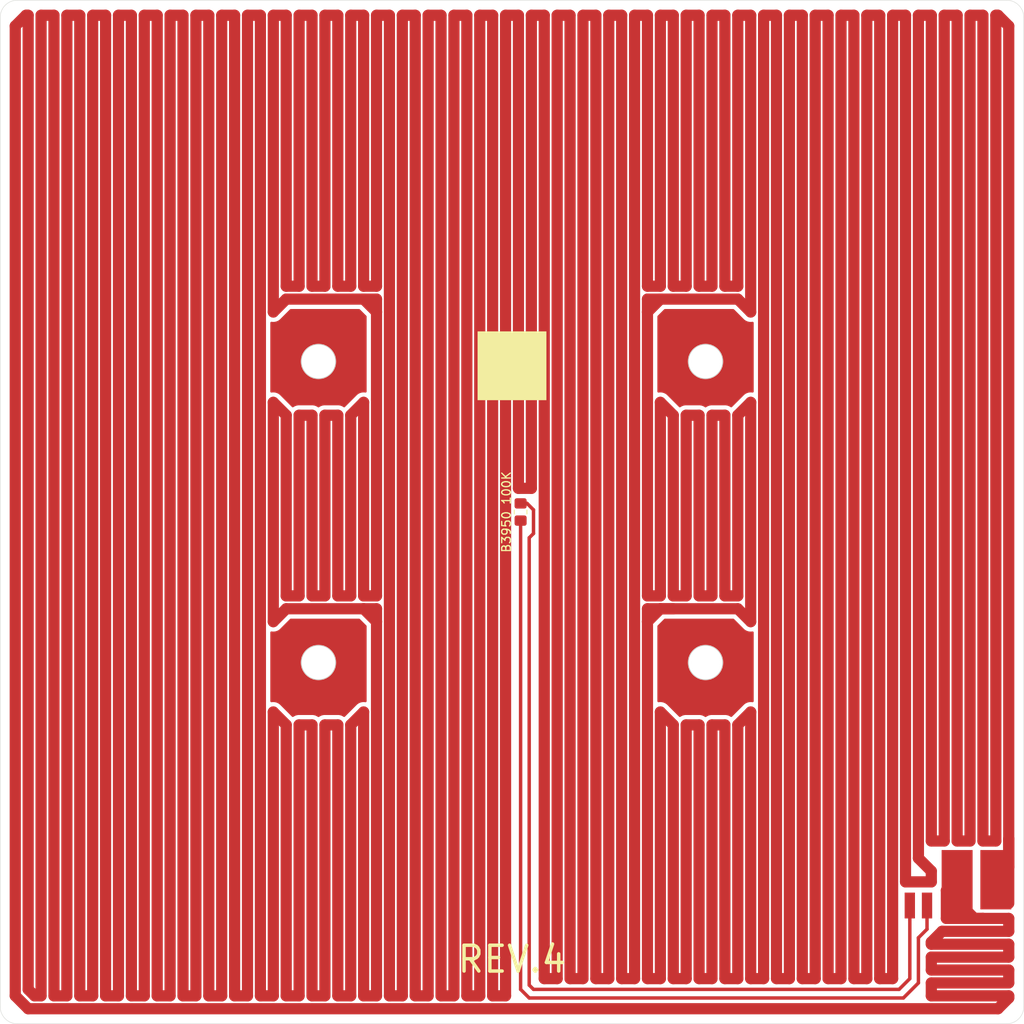
<source format=kicad_pcb>
(kicad_pcb (version 20241229) (generator "pcbnew") (generator_version "9.0")
  (title_block (title "125W 119mm heater") (rev "4"))
  (layers (0 "F.Cu" signal) (2 "B.Cu" signal) (13 "F.Paste" user) (15 "B.Paste" user) (5 "F.SilkS" user "F.Silkscreen") (7 "B.SilkS" user "B.Silkscreen") (1 "F.Mask" user) (3 "B.Mask" user) (25 "Edge.Cuts" user))
  (net 0 "")
  (footprint "" (layer "F.Cu") (at 199.65 145.85)
    (property "Reference" "" (at 0 0 0) (layer "F.SilkS") (effects (font (size 1.27 1.27))))
    (property "Value" "")
    (pad "1" smd rect (at 0 0) (size 1.2 3) (layers "F.Cu" "F.Mask"))
  )
  (footprint "" (layer "F.Cu") (at 205.15 142.85)
    (property "Reference" "" (at 0 0 0) (layer "F.SilkS") (effects (font (size 1.27 1.27))))
    (property "Value" "")
    (pad "1" smd rect (at 0 0) (size 3.6 6.9) (layers "F.Cu" "F.Mask"))
  )
  (footprint "" (layer "F.Cu") (at 209.65 142.85)
    (property "Reference" "" (at 0 0 0) (layer "F.SilkS") (effects (font (size 1.27 1.27))))
    (property "Value" "")
    (pad "1" smd rect (at 0 0) (size 3.6 6.9) (layers "F.Cu" "F.Mask"))
  )
  (footprint "" (layer "F.Cu") (at 201.65 145.85)
    (property "Reference" "" (at 0 0 0) (layer "F.SilkS") (effects (font (size 1.27 1.27))))
    (property "Value" "")
    (pad "1" smd rect (at 0 0) (size 1.2 3) (layers "F.Cu" "F.Mask"))
  )
  (footprint "Resistor_SMD:R_0805_2012Metric_Pad1.20x1.40mm_HandSolder" (layer "F.Cu") (at 154.4 100.1 90)
    (property "Reference" "B3950 100K" (at 0 -1.65 90) (layer "F.SilkS"))
    (property "Value" "R_0805_2012Metric_Pad1.20x1.40mm_HandSolder")
    (fp_line (start -0.227064 -0.735) (end 0.227064 -0.735) (stroke (width 0.12)) (layer "F.SilkS"))
    (fp_line (start -0.227064 0.735) (end 0.227064 0.735) (stroke (width 0.12)) (layer "F.SilkS"))
    (pad "1" smd roundrect (at -1 0 90) (size 1.2 1.4) (layers "F.Cu" "F.Mask" "F.Paste") (roundrect_rratio 0.208333))
    (pad "2" smd roundrect (at 1 0 90) (size 1.2 1.4) (layers "F.Cu" "F.Mask" "F.Paste") (roundrect_rratio 0.208333))
  )
  (gr_rect (start 149.4 79.1) (end 157.4 87.1) (fill yes) (layer "F.SilkS"))
  (gr_arc (start 212.9 157.6) (mid 212.314214 159.014214) (end 210.9 159.6) (stroke (width 0.05)) (layer "Edge.Cuts"))
  (gr_arc (start 210.9 40.6) (mid 212.314214 41.185786) (end 212.9 42.6) (stroke (width 0.05)) (layer "Edge.Cuts"))
  (gr_circle (center 130.9 82.6) (end 132.9 82.6) (stroke (width 0.1)) (fill no) (layer "Edge.Cuts"))
  (gr_line (start 212.9 42.6) (end 212.9 157.6) (stroke (width 0.05)) (layer "Edge.Cuts"))
  (gr_line (start 210.9 159.6) (end 95.9 159.6) (stroke (width 0.05)) (layer "Edge.Cuts"))
  (gr_arc (start 93.9 42.6) (mid 94.485786 41.185786) (end 95.9 40.6) (stroke (width 0.05)) (layer "Edge.Cuts"))
  (gr_circle (center 130.9 117.6) (end 132.9 117.6) (stroke (width 0.1)) (fill no) (layer "Edge.Cuts"))
  (gr_line (start 95.9 40.6) (end 210.9 40.6) (stroke (width 0.05)) (layer "Edge.Cuts"))
  (gr_line (start 93.9 157.6) (end 93.9 42.6) (stroke (width 0.05)) (layer "Edge.Cuts"))
  (gr_circle (center 175.9 117.6) (end 177.9 117.6) (stroke (width 0.1)) (fill no) (layer "Edge.Cuts"))
  (gr_arc (start 95.9 159.6) (mid 94.485786 159.014214) (end 93.9 157.6) (stroke (width 0.05)) (layer "Edge.Cuts"))
  (gr_circle (center 175.9 82.6) (end 177.9 82.6) (stroke (width 0.1)) (fill no) (layer "Edge.Cuts"))
  (gr_text "REV.4" (at 153.4 152.1 0) (layer "F.SilkS") (effects (font (size 3 3) (thickness 0.4))))
  (segment (start 170.65 154.35) (end 170.65 123.35) (width 1.3) (layer "F.Cu") (net 0))
  (segment (start 211.15 43.6) (end 211.15 138.1) (width 1.3) (layer "F.Cu") (net 0))
  (segment (start 194.65 154.35) (end 194.65 42.35) (width 1.3) (layer "F.Cu") (net 0))
  (segment (start 107.65 156.35) (end 106.15 156.35) (width 1.3) (layer "F.Cu") (net 0))
  (segment (start 179.65 73.85) (end 179.65 42.35) (width 1.3) (layer "F.Cu") (net 0))
  (segment (start 175.15 88.85) (end 175.15 109.85) (width 1.3) (layer "F.Cu") (net 0))
  (segment (start 125.65 112.85) (end 125.65 87.35) (width 1.3) (layer "F.Cu") (net 0))
  (segment (start 134.65 109.85) (end 134.65 88.85) (width 1.3) (layer "F.Cu") (net 0))
  (segment (start 205.15 42.35) (end 205.15 138.35) (width 1.3) (layer "F.Cu") (net 0))
  (segment (start 131.65 109.85) (end 131.65 88.85) (width 1.3) (layer "F.Cu") (net 0))
  (segment (start 130.15 42.35) (end 130.15 73.85) (width 1.3) (layer "F.Cu") (net 0))
  (segment (start 169.15 109.85) (end 170.65 109.85) (width 1.3) (layer "F.Cu") (net 0))
  (segment (start 95.65 156.35) (end 97.15 157.85) (width 1.3) (layer "F.Cu") (net 0))
  (segment (start 164.65 42.35) (end 166.15 42.35) (width 1.3) (layer "F.Cu") (net 0))
  (segment (start 143.65 42.35) (end 145.15 42.35) (width 1.3) (layer "F.Cu") (net 0))
  (segment (start 175.15 154.35) (end 176.65 154.35) (width 1.3) (layer "F.Cu") (net 0))
  (segment (start 128.65 156.35) (end 127.15 156.35) (width 1.3) (layer "F.Cu") (net 0))
  (segment (start 209.9 42.35) (end 211.15 43.6) (width 1.3) (layer "F.Cu") (net 0))
  (segment (start 193.15 42.35) (end 193.15 154.35) (width 1.3) (layer "F.Cu") (net 0))
  (segment (start 179.65 154.35) (end 179.65 124.85) (width 1.3) (layer "F.Cu") (net 0))
  (segment (start 176.65 109.85) (end 176.65 88.85) (width 1.3) (layer "F.Cu") (net 0))
  (segment (start 170.65 111.35) (end 169.15 112.85) (width 1.3) (layer "F.Cu") (net 0))
  (segment (start 202.15 151.85) (end 211.15 151.85) (width 1.3) (layer "F.Cu") (net 0))
  (segment (start 127.15 109.85) (end 128.65 109.85) (width 1.3) (layer "F.Cu") (net 0))
  (segment (start 197.65 42.35) (end 199.15 42.35) (width 1.3) (layer "F.Cu") (net 0))
  (segment (start 116.65 42.35) (end 116.65 156.35) (width 1.3) (layer "F.Cu") (net 0))
  (segment (start 202.15 141.85) (end 200.65 140.35) (width 1.3) (layer "F.Cu") (net 0))
  (segment (start 154.4 101.1) (end 154.4 155.6) (width 0.4) (layer "F.Cu") (net 0))
  (segment (start 201.65 148.6) (end 201.65 146.1) (width 0.4) (layer "F.Cu") (net 0))
  (segment (start 112.15 42.35) (end 110.65 42.35) (width 1.3) (layer "F.Cu") (net 0))
  (segment (start 208.15 42.35) (end 208.15 138.35) (width 1.3) (layer "F.Cu") (net 0))
  (segment (start 148.15 42.35) (end 148.15 156.35) (width 1.3) (layer "F.Cu") (net 0))
  (segment (start 169.15 73.85) (end 170.65 73.85) (width 1.3) (layer "F.Cu") (net 0))
  (segment (start 127.15 111.35) (end 125.65 112.85) (width 1.3) (layer "F.Cu") (net 0))
  (segment (start 104.65 42.35) (end 104.65 156.35) (width 1.3) (layer "F.Cu") (net 0))
  (segment (start 176.65 42.35) (end 178.15 42.35) (width 1.3) (layer "F.Cu") (net 0))
  (segment (start 200.65 154.85) (end 200.65 149.6) (width 0.4) (layer "F.Cu") (net 0))
  (segment (start 130.15 109.85) (end 131.65 109.85) (width 1.3) (layer "F.Cu") (net 0))
  (segment (start 137.65 76.85) (end 137.65 75.35) (width 1.3) (layer "F.Cu") (net 0))
  (segment (start 124.15 156.35) (end 124.15 42.35) (width 1.3) (layer "F.Cu") (net 0))
  (segment (start 170.65 123.35) (end 172.15 124.85) (width 1.3) (layer "F.Cu") (net 0))
  (segment (start 133.15 88.85) (end 133.15 109.85) (width 1.3) (layer "F.Cu") (net 0))
  (segment (start 172.15 42.35) (end 172.15 73.85) (width 1.3) (layer "F.Cu") (net 0))
  (segment (start 173.65 109.85) (end 173.65 88.85) (width 1.3) (layer "F.Cu") (net 0))
  (segment (start 103.15 156.35) (end 103.15 42.35) (width 1.3) (layer "F.Cu") (net 0))
  (segment (start 134.65 156.35) (end 133.15 156.35) (width 1.3) (layer "F.Cu") (net 0))
  (segment (start 130.15 88.85) (end 130.15 109.85) (width 1.3) (layer "F.Cu") (net 0))
  (segment (start 206.65 42.35) (end 208.15 42.35) (width 1.3) (layer "F.Cu") (net 0))
  (segment (start 116.65 156.35) (end 115.15 156.35) (width 1.3) (layer "F.Cu") (net 0))
  (segment (start 203.9 144.1) (end 205.15 142.85) (width 1.3) (layer "F.Cu") (net 0))
  (segment (start 161.65 42.35) (end 163.15 42.35) (width 1.3) (layer "F.Cu") (net 0))
  (segment (start 209.9 157.85) (end 211.15 156.6) (width 1.3) (layer "F.Cu") (net 0))
  (segment (start 133.15 156.35) (end 133.15 124.85) (width 1.3) (layer "F.Cu") (net 0))
  (segment (start 131.65 88.85) (end 133.15 88.85) (width 1.3) (layer "F.Cu") (net 0))
  (segment (start 198.9 156.6) (end 200.65 154.85) (width 0.4) (layer "F.Cu") (net 0))
  (segment (start 161.65 154.35) (end 161.65 42.35) (width 1.3) (layer "F.Cu") (net 0))
  (segment (start 190.15 154.35) (end 191.65 154.35) (width 1.3) (layer "F.Cu") (net 0))
  (segment (start 146.65 42.35) (end 148.15 42.35) (width 1.3) (layer "F.Cu") (net 0))
  (segment (start 119.65 156.35) (end 118.15 156.35) (width 1.3) (layer "F.Cu") (net 0))
  (segment (start 125.65 123.35) (end 125.65 156.35) (width 1.3) (layer "F.Cu") (net 0))
  (segment (start 211.15 138.1) (end 211.15 145.6) (width 1.3) (layer "F.Cu") (net 0))
  (segment (start 179.65 109.85) (end 179.65 88.85) (width 1.3) (layer "F.Cu") (net 0))
  (segment (start 145.15 42.35) (end 145.15 156.35) (width 1.3) (layer "F.Cu") (net 0))
  (segment (start 103.15 42.35) (end 101.65 42.35) (width 1.3) (layer "F.Cu") (net 0))
  (segment (start 172.15 109.85) (end 173.65 109.85) (width 1.3) (layer "F.Cu") (net 0))
  (segment (start 113.65 42.35) (end 113.65 156.35) (width 1.3) (layer "F.Cu") (net 0))
  (segment (start 202.15 143.1) (end 202.15 141.85) (width 1.3) (layer "F.Cu") (net 0))
  (segment (start 196.15 42.35) (end 196.15 154.35) (width 1.3) (layer "F.Cu") (net 0))
  (segment (start 160.15 154.35) (end 161.65 154.35) (width 1.3) (layer "F.Cu") (net 0))
  (segment (start 175.15 124.85) (end 175.15 154.35) (width 1.3) (layer "F.Cu") (net 0))
  (segment (start 134.65 124.85) (end 134.65 156.35) (width 1.3) (layer "F.Cu") (net 0))
  (segment (start 208.15 147.35) (end 203.9 147.35) (width 1.3) (layer "F.Cu") (net 0))
  (segment (start 202.15 154.85) (end 211.15 154.85) (width 1.3) (layer "F.Cu") (net 0))
  (segment (start 206.65 138.35) (end 206.65 42.35) (width 1.3) (layer "F.Cu") (net 0))
  (segment (start 167.65 42.35) (end 169.15 42.35) (width 1.3) (layer "F.Cu") (net 0))
  (segment (start 196.15 154.35) (end 197.65 154.35) (width 1.3) (layer "F.Cu") (net 0))
  (segment (start 172.15 124.85) (end 172.15 154.35) (width 1.3) (layer "F.Cu") (net 0))
  (segment (start 115.15 42.35) (end 113.65 42.35) (width 1.3) (layer "F.Cu") (net 0))
  (segment (start 166.15 154.35) (end 167.65 154.35) (width 1.3) (layer "F.Cu") (net 0))
  (segment (start 100.15 156.35) (end 100.15 42.35) (width 1.3) (layer "F.Cu") (net 0))
  (segment (start 137.65 112.85) (end 136.15 111.35) (width 1.3) (layer "F.Cu") (net 0))
  (segment (start 154.15 42.35) (end 154.15 97.35) (width 1.3) (layer "F.Cu") (net 0))
  (segment (start 169.15 75.35) (end 170.65 75.35) (width 1.3) (layer "F.Cu") (net 0))
  (segment (start 133.15 124.85) (end 131.65 124.85) (width 1.3) (layer "F.Cu") (net 0))
  (segment (start 131.65 42.35) (end 133.15 42.35) (width 1.3) (layer "F.Cu") (net 0))
  (segment (start 136.15 109.85) (end 137.65 109.85) (width 1.3) (layer "F.Cu") (net 0))
  (segment (start 125.65 42.35) (end 127.15 42.35) (width 1.3) (layer "F.Cu") (net 0))
  (segment (start 199.15 143.1) (end 202.15 143.1) (width 1.3) (layer "F.Cu") (net 0))
  (segment (start 95.65 43.6) (end 95.65 156.35) (width 1.3) (layer "F.Cu") (net 0))
  (segment (start 107.65 42.35) (end 107.65 156.35) (width 1.3) (layer "F.Cu") (net 0))
  (segment (start 133.15 109.85) (end 134.65 109.85) (width 1.3) (layer "F.Cu") (net 0))
  (segment (start 163.15 42.35) (end 163.15 154.35) (width 1.3) (layer "F.Cu") (net 0))
  (segment (start 136.15 87.35) (end 136.15 109.85) (width 1.3) (layer "F.Cu") (net 0))
  (segment (start 115.15 156.35) (end 115.15 42.35) (width 1.3) (layer "F.Cu") (net 0))
  (segment (start 170.65 109.85) (end 170.65 87.35) (width 1.3) (layer "F.Cu") (net 0))
  (segment (start 200.65 140.35) (end 200.65 42.35) (width 1.3) (layer "F.Cu") (net 0))
  (segment (start 152.65 42.35) (end 154.15 42.35) (width 1.3) (layer "F.Cu") (net 0))
  (segment (start 208.15 147.35) (end 207.15 147.35) (width 1.3) (layer "F.Cu") (net 0))
  (segment (start 131.65 156.35) (end 130.15 156.35) (width 1.3) (layer "F.Cu") (net 0))
  (segment (start 130.15 73.85) (end 131.65 73.85) (width 1.3) (layer "F.Cu") (net 0))
  (segment (start 137.65 73.85) (end 137.65 42.35) (width 1.3) (layer "F.Cu") (net 0))
  (segment (start 127.15 88.85) (end 127.15 109.85) (width 1.3) (layer "F.Cu") (net 0))
  (segment (start 157.15 42.35) (end 157.15 154.35) (width 1.3) (layer "F.Cu") (net 0))
  (segment (start 170.65 73.85) (end 170.65 42.35) (width 1.3) (layer "F.Cu") (net 0))
  (segment (start 121.15 42.35) (end 119.65 42.35) (width 1.3) (layer "F.Cu") (net 0))
  (segment (start 155.65 97.35) (end 155.65 42.35) (width 1.3) (layer "F.Cu") (net 0))
  (segment (start 207.15 147.35) (end 204.4 144.6) (width 1.3) (layer "F.Cu") (net 0))
  (segment (start 142.15 42.35) (end 142.15 156.35) (width 1.3) (layer "F.Cu") (net 0))
  (segment (start 106.15 42.35) (end 104.65 42.35) (width 1.3) (layer "F.Cu") (net 0))
  (segment (start 205.15 138.35) (end 206.65 138.35) (width 1.3) (layer "F.Cu") (net 0))
  (segment (start 176.65 73.85) (end 176.65 42.35) (width 1.3) (layer "F.Cu") (net 0))
  (segment (start 176.65 154.35) (end 176.65 124.85) (width 1.3) (layer "F.Cu") (net 0))
  (segment (start 211.15 153.35) (end 202.15 153.35) (width 1.3) (layer "F.Cu") (net 0))
  (segment (start 169.15 76.85) (end 169.15 75.35) (width 1.3) (layer "F.Cu") (net 0))
  (segment (start 139.15 42.35) (end 139.15 156.35) (width 1.3) (layer "F.Cu") (net 0))
  (segment (start 137.65 111.35) (end 136.15 111.35) (width 1.3) (layer "F.Cu") (net 0))
  (segment (start 155.65 42.35) (end 157.15 42.35) (width 1.3) (layer "F.Cu") (net 0))
  (segment (start 211.15 138.1) (end 211.15 141.35) (width 1.3) (layer "F.Cu") (net 0))
  (segment (start 158.65 154.35) (end 158.65 42.35) (width 1.3) (layer "F.Cu") (net 0))
  (segment (start 143.65 156.35) (end 143.65 42.35) (width 1.3) (layer "F.Cu") (net 0))
  (segment (start 172.15 154.35) (end 173.65 154.35) (width 1.3) (layer "F.Cu") (net 0))
  (segment (start 149.65 156.35) (end 149.65 42.35) (width 1.3) (layer "F.Cu") (net 0))
  (segment (start 173.65 88.85) (end 175.15 88.85) (width 1.3) (layer "F.Cu") (net 0))
  (segment (start 188.65 42.35) (end 190.15 42.35) (width 1.3) (layer "F.Cu") (net 0))
  (segment (start 97.15 155.6) (end 97.15 42.35) (width 1.3) (layer "F.Cu") (net 0))
  (segment (start 136.15 73.85) (end 137.65 73.85) (width 1.3) (layer "F.Cu") (net 0))
  (segment (start 179.65 111.35) (end 170.65 111.35) (width 1.3) (layer "F.Cu") (net 0))
  (segment (start 211.15 156.6) (end 211.15 156.35) (width 1.3) (layer "F.Cu") (net 0))
  (segment (start 175.15 42.35) (end 175.15 73.85) (width 1.3) (layer "F.Cu") (net 0))
  (segment (start 97.9 156.35) (end 97.15 155.6) (width 1.3) (layer "F.Cu") (net 0))
  (segment (start 146.65 156.35) (end 146.65 42.35) (width 1.3) (layer "F.Cu") (net 0))
  (segment (start 127.15 156.35) (end 127.15 124.85) (width 1.3) (layer "F.Cu") (net 0))
  (segment (start 178.15 154.35) (end 179.65 154.35) (width 1.3) (layer "F.Cu") (net 0))
  (segment (start 109.15 156.35) (end 109.15 42.35) (width 1.3) (layer "F.Cu") (net 0))
  (segment (start 199.15 42.35) (end 199.15 143.1) (width 1.3) (layer "F.Cu") (net 0))
  (segment (start 208.15 138.35) (end 209.65 138.35) (width 1.3) (layer "F.Cu") (net 0))
  (segment (start 211.15 156.35) (end 202.15 156.35) (width 1.3) (layer "F.Cu") (net 0))
  (segment (start 181.15 112.85) (end 179.65 111.35) (width 1.3) (layer "F.Cu") (net 0))
  (segment (start 118.15 156.35) (end 118.15 42.35) (width 1.3) (layer "F.Cu") (net 0))
  (segment (start 154.15 97.35) (end 155.65 97.35) (width 1.3) (layer "F.Cu") (net 0))
  (segment (start 164.65 154.35) (end 164.65 42.35) (width 1.3) (layer "F.Cu") (net 0))
  (segment (start 191.65 42.35) (end 193.15 42.35) (width 1.3) (layer "F.Cu") (net 0))
  (segment (start 142.15 156.35) (end 143.65 156.35) (width 1.3) (layer "F.Cu") (net 0))
  (segment (start 97.15 157.85) (end 209.9 157.85) (width 1.3) (layer "F.Cu") (net 0))
  (segment (start 125.65 76.85) (end 125.65 42.35) (width 1.3) (layer "F.Cu") (net 0))
  (segment (start 201.65 146.1) (end 201.9 145.85) (width 0.4) (layer "F.Cu") (net 0))
  (segment (start 136.15 111.35) (end 127.15 111.35) (width 1.3) (layer "F.Cu") (net 0))
  (segment (start 133.15 73.85) (end 134.65 73.85) (width 1.3) (layer "F.Cu") (net 0))
  (segment (start 104.65 156.35) (end 103.15 156.35) (width 1.3) (layer "F.Cu") (net 0))
  (segment (start 181.15 87.35) (end 181.15 112.85) (width 1.3) (layer "F.Cu") (net 0))
  (segment (start 155.9 102.6) (end 155.4 103.1) (width 0.4) (layer "F.Cu") (net 0))
  (segment (start 172.15 88.85) (end 172.15 109.85) (width 1.3) (layer "F.Cu") (net 0))
  (segment (start 137.65 112.85) (end 137.65 111.35) (width 1.3) (layer "F.Cu") (net 0))
  (segment (start 211.15 141.35) (end 209.65 142.85) (width 1.3) (layer "F.Cu") (net 0))
  (segment (start 173.65 42.35) (end 175.15 42.35) (width 1.3) (layer "F.Cu") (net 0))
  (segment (start 190.15 42.35) (end 190.15 154.35) (width 1.3) (layer "F.Cu") (net 0))
  (segment (start 155.9 99.85) (end 155.9 102.6) (width 0.4) (layer "F.Cu") (net 0))
  (segment (start 175.15 109.85) (end 176.65 109.85) (width 1.3) (layer "F.Cu") (net 0))
  (segment (start 133.15 42.35) (end 133.15 73.85) (width 1.3) (layer "F.Cu") (net 0))
  (segment (start 187.15 42.35) (end 187.15 154.35) (width 1.3) (layer "F.Cu") (net 0))
  (segment (start 179.65 42.35) (end 181.15 42.35) (width 1.3) (layer "F.Cu") (net 0))
  (segment (start 200.65 42.35) (end 202.15 42.35) (width 1.3) (layer "F.Cu") (net 0))
  (segment (start 134.65 88.85) (end 136.15 87.35) (width 1.3) (layer "F.Cu") (net 0))
  (segment (start 137.65 75.35) (end 136.15 75.35) (width 1.3) (layer "F.Cu") (net 0))
  (segment (start 136.15 156.35) (end 136.15 123.35) (width 1.3) (layer "F.Cu") (net 0))
  (segment (start 172.15 73.85) (end 173.65 73.85) (width 1.3) (layer "F.Cu") (net 0))
  (segment (start 127.15 73.85) (end 128.65 73.85) (width 1.3) (layer "F.Cu") (net 0))
  (segment (start 169.15 42.35) (end 169.15 73.85) (width 1.3) (layer "F.Cu") (net 0))
  (segment (start 139.15 156.35) (end 140.65 156.35) (width 1.3) (layer "F.Cu") (net 0))
  (segment (start 130.15 124.85) (end 128.65 124.85) (width 1.3) (layer "F.Cu") (net 0))
  (segment (start 113.65 156.35) (end 112.15 156.35) (width 1.3) (layer "F.Cu") (net 0))
  (segment (start 154.4 99.1) (end 155.15 99.1) (width 0.4) (layer "F.Cu") (net 0))
  (segment (start 163.15 154.35) (end 164.65 154.35) (width 1.3) (layer "F.Cu") (net 0))
  (segment (start 170.65 111.35) (end 172.15 111.35) (width 1.3) (layer "F.Cu") (net 0))
  (segment (start 181.15 42.35) (end 181.15 76.85) (width 1.3) (layer "F.Cu") (net 0))
  (segment (start 110.65 156.35) (end 109.15 156.35) (width 1.3) (layer "F.Cu") (net 0))
  (segment (start 136.15 75.35) (end 127.15 75.35) (width 1.3) (layer "F.Cu") (net 0))
  (segment (start 97.15 42.35) (end 96.9 42.35) (width 1.3) (layer "F.Cu") (net 0))
  (segment (start 169.15 154.35) (end 170.65 154.35) (width 1.3) (layer "F.Cu") (net 0))
  (segment (start 112.15 156.35) (end 112.15 42.35) (width 1.3) (layer "F.Cu") (net 0))
  (segment (start 166.15 42.35) (end 166.15 154.35) (width 1.3) (layer "F.Cu") (net 0))
  (segment (start 98.65 42.35) (end 98.65 156.35) (width 1.3) (layer "F.Cu") (net 0))
  (segment (start 101.65 156.35) (end 100.15 156.35) (width 1.3) (layer "F.Cu") (net 0))
  (segment (start 152.65 156.35) (end 152.65 42.35) (width 1.3) (layer "F.Cu") (net 0))
  (segment (start 155.15 99.1) (end 155.9 99.85) (width 0.4) (layer "F.Cu") (net 0))
  (segment (start 199.65 146.85) (end 199.9 146.6) (width 0.4) (layer "F.Cu") (net 0))
  (segment (start 125.65 156.35) (end 124.15 156.35) (width 1.3) (layer "F.Cu") (net 0))
  (segment (start 151.15 156.35) (end 152.65 156.35) (width 1.3) (layer "F.Cu") (net 0))
  (segment (start 127.15 75.35) (end 125.65 76.85) (width 1.3) (layer "F.Cu") (net 0))
  (segment (start 184.15 42.35) (end 184.15 154.35) (width 1.3) (layer "F.Cu") (net 0))
  (segment (start 125.65 87.35) (end 127.15 88.85) (width 1.3) (layer "F.Cu") (net 0))
  (segment (start 178.15 42.35) (end 178.15 73.85) (width 1.3) (layer "F.Cu") (net 0))
  (segment (start 197.65 154.35) (end 197.65 42.35) (width 1.3) (layer "F.Cu") (net 0))
  (segment (start 128.65 109.85) (end 128.65 88.85) (width 1.3) (layer "F.Cu") (net 0))
  (segment (start 109.15 42.35) (end 107.65 42.35) (width 1.3) (layer "F.Cu") (net 0))
  (segment (start 137.65 42.35) (end 139.15 42.35) (width 1.3) (layer "F.Cu") (net 0))
  (segment (start 169.15 112.85) (end 169.15 111.35) (width 1.3) (layer "F.Cu") (net 0))
  (segment (start 179.65 75.35) (end 170.65 75.35) (width 1.3) (layer "F.Cu") (net 0))
  (segment (start 170.65 87.35) (end 172.15 88.85) (width 1.3) (layer "F.Cu") (net 0))
  (segment (start 170.65 75.35) (end 169.15 76.85) (width 1.3) (layer "F.Cu") (net 0))
  (segment (start 199.65 154.35) (end 199.65 146.85) (width 0.4) (layer "F.Cu") (net 0))
  (segment (start 176.65 124.85) (end 178.15 124.85) (width 1.3) (layer "F.Cu") (net 0))
  (segment (start 119.65 42.35) (end 119.65 156.35) (width 1.3) (layer "F.Cu") (net 0))
  (segment (start 198.4 155.6) (end 199.65 154.35) (width 0.4) (layer "F.Cu") (net 0))
  (segment (start 155.4 103.1) (end 155.4 155.1) (width 0.4) (layer "F.Cu") (net 0))
  (segment (start 181.15 154.35) (end 182.65 154.35) (width 1.3) (layer "F.Cu") (net 0))
  (segment (start 211.15 150.35) (end 202.15 150.35) (width 1.3) (layer "F.Cu") (net 0))
  (segment (start 202.15 150.35) (end 202.15 150.1) (width 1.3) (layer "F.Cu") (net 0))
  (segment (start 101.65 42.35) (end 101.65 156.35) (width 1.3) (layer "F.Cu") (net 0))
  (segment (start 169.15 76.85) (end 169.15 109.85) (width 1.3) (layer "F.Cu") (net 0))
  (segment (start 110.65 42.35) (end 110.65 156.35) (width 1.3) (layer "F.Cu") (net 0))
  (segment (start 160.15 42.35) (end 160.15 154.35) (width 1.3) (layer "F.Cu") (net 0))
  (segment (start 187.15 154.35) (end 188.65 154.35) (width 1.3) (layer "F.Cu") (net 0))
  (segment (start 127.15 124.85) (end 125.65 123.35) (width 1.3) (layer "F.Cu") (net 0))
  (segment (start 130.15 156.35) (end 130.15 124.85) (width 1.3) (layer "F.Cu") (net 0))
  (segment (start 179.65 88.85) (end 181.15 87.35) (width 1.3) (layer "F.Cu") (net 0))
  (segment (start 182.65 42.35) (end 184.15 42.35) (width 1.3) (layer "F.Cu") (net 0))
  (segment (start 173.65 124.85) (end 175.15 124.85) (width 1.3) (layer "F.Cu") (net 0))
  (segment (start 127.15 42.35) (end 127.15 73.85) (width 1.3) (layer "F.Cu") (net 0))
  (segment (start 185.65 154.35) (end 185.65 42.35) (width 1.3) (layer "F.Cu") (net 0))
  (segment (start 211.15 147.35) (end 208.15 147.35) (width 1.3) (layer "F.Cu") (net 0))
  (segment (start 209.65 138.35) (end 209.65 42.35) (width 1.3) (layer "F.Cu") (net 0))
  (segment (start 191.65 154.35) (end 191.65 42.35) (width 1.3) (layer "F.Cu") (net 0))
  (segment (start 200.65 149.6) (end 201.65 148.6) (width 0.4) (layer "F.Cu") (net 0))
  (segment (start 100.15 42.35) (end 98.65 42.35) (width 1.3) (layer "F.Cu") (net 0))
  (segment (start 199.9 146.6) (end 199.9 145.85) (width 0.4) (layer "F.Cu") (net 0))
  (segment (start 185.65 42.35) (end 187.15 42.35) (width 1.3) (layer "F.Cu") (net 0))
  (segment (start 137.65 76.85) (end 136.15 75.35) (width 1.3) (layer "F.Cu") (net 0))
  (segment (start 202.15 150.1) (end 203.4 148.85) (width 1.3) (layer "F.Cu") (net 0))
  (segment (start 181.15 123.35) (end 181.15 154.35) (width 1.3) (layer "F.Cu") (net 0))
  (segment (start 149.65 42.35) (end 151.15 42.35) (width 1.3) (layer "F.Cu") (net 0))
  (segment (start 134.65 42.35) (end 136.15 42.35) (width 1.3) (layer "F.Cu") (net 0))
  (segment (start 155.9 155.6) (end 198.4 155.6) (width 0.4) (layer "F.Cu") (net 0))
  (segment (start 184.15 154.35) (end 185.65 154.35) (width 1.3) (layer "F.Cu") (net 0))
  (segment (start 193.15 154.35) (end 194.65 154.35) (width 1.3) (layer "F.Cu") (net 0))
  (segment (start 167.65 154.35) (end 167.65 42.35) (width 1.3) (layer "F.Cu") (net 0))
  (segment (start 209.65 42.35) (end 209.9 42.35) (width 1.3) (layer "F.Cu") (net 0))
  (segment (start 176.65 88.85) (end 178.15 88.85) (width 1.3) (layer "F.Cu") (net 0))
  (segment (start 203.4 148.85) (end 211.15 148.85) (width 1.3) (layer "F.Cu") (net 0))
  (segment (start 178.15 124.85) (end 178.15 154.35) (width 1.3) (layer "F.Cu") (net 0))
  (segment (start 145.15 156.35) (end 146.65 156.35) (width 1.3) (layer "F.Cu") (net 0))
  (segment (start 151.15 42.35) (end 151.15 156.35) (width 1.3) (layer "F.Cu") (net 0))
  (segment (start 188.65 154.35) (end 188.65 42.35) (width 1.3) (layer "F.Cu") (net 0))
  (segment (start 128.65 124.85) (end 128.65 156.35) (width 1.3) (layer "F.Cu") (net 0))
  (segment (start 158.65 42.35) (end 160.15 42.35) (width 1.3) (layer "F.Cu") (net 0))
  (segment (start 136.15 42.35) (end 136.15 73.85) (width 1.3) (layer "F.Cu") (net 0))
  (segment (start 136.15 123.35) (end 134.65 124.85) (width 1.3) (layer "F.Cu") (net 0))
  (segment (start 178.15 73.85) (end 179.65 73.85) (width 1.3) (layer "F.Cu") (net 0))
  (segment (start 211.15 148.85) (end 211.15 147.35) (width 1.3) (layer "F.Cu") (net 0))
  (segment (start 203.9 147.35) (end 203.9 144.1) (width 1.3) (layer "F.Cu") (net 0))
  (segment (start 181.15 76.85) (end 179.65 75.35) (width 1.3) (layer "F.Cu") (net 0))
  (segment (start 137.65 109.85) (end 137.65 76.85) (width 1.3) (layer "F.Cu") (net 0))
  (segment (start 96.9 42.35) (end 95.65 43.6) (width 1.3) (layer "F.Cu") (net 0))
  (segment (start 204.4 144.6) (end 205.15 145.35) (width 1.3) (layer "F.Cu") (net 0))
  (segment (start 155.4 156.6) (end 198.9 156.6) (width 0.4) (layer "F.Cu") (net 0))
  (segment (start 202.15 138.35) (end 203.65 138.35) (width 1.3) (layer "F.Cu") (net 0))
  (segment (start 169.15 112.85) (end 169.15 154.35) (width 1.3) (layer "F.Cu") (net 0))
  (segment (start 179.65 124.85) (end 181.15 123.35) (width 1.3) (layer "F.Cu") (net 0))
  (segment (start 98.65 156.35) (end 97.9 156.35) (width 1.3) (layer "F.Cu") (net 0))
  (segment (start 154.4 155.6) (end 155.4 156.6) (width 0.4) (layer "F.Cu") (net 0))
  (segment (start 122.65 42.35) (end 122.65 156.35) (width 1.3) (layer "F.Cu") (net 0))
  (segment (start 178.15 109.85) (end 179.65 109.85) (width 1.3) (layer "F.Cu") (net 0))
  (segment (start 211.15 154.85) (end 211.15 153.35) (width 1.3) (layer "F.Cu") (net 0))
  (segment (start 134.65 73.85) (end 134.65 42.35) (width 1.3) (layer "F.Cu") (net 0))
  (segment (start 173.65 73.85) (end 173.65 42.35) (width 1.3) (layer "F.Cu") (net 0))
  (segment (start 182.65 154.35) (end 182.65 42.35) (width 1.3) (layer "F.Cu") (net 0))
  (segment (start 140.65 156.35) (end 140.65 42.35) (width 1.3) (layer "F.Cu") (net 0))
  (segment (start 169.15 111.35) (end 170.65 111.35) (width 1.3) (layer "F.Cu") (net 0))
  (segment (start 175.15 73.85) (end 176.65 73.85) (width 1.3) (layer "F.Cu") (net 0))
  (segment (start 118.15 42.35) (end 116.65 42.35) (width 1.3) (layer "F.Cu") (net 0))
  (segment (start 106.15 156.35) (end 106.15 42.35) (width 1.3) (layer "F.Cu") (net 0))
  (segment (start 203.65 42.35) (end 205.15 42.35) (width 1.3) (layer "F.Cu") (net 0))
  (segment (start 121.15 156.35) (end 121.15 42.35) (width 1.3) (layer "F.Cu") (net 0))
  (segment (start 137.65 112.85) (end 137.65 156.35) (width 1.3) (layer "F.Cu") (net 0))
  (segment (start 131.65 73.85) (end 131.65 42.35) (width 1.3) (layer "F.Cu") (net 0))
  (segment (start 140.65 42.35) (end 142.15 42.35) (width 1.3) (layer "F.Cu") (net 0))
  (segment (start 203.65 138.35) (end 203.65 42.35) (width 1.3) (layer "F.Cu") (net 0))
  (segment (start 211.15 151.85) (end 211.15 150.35) (width 1.3) (layer "F.Cu") (net 0))
  (segment (start 194.65 42.35) (end 196.15 42.35) (width 1.3) (layer "F.Cu") (net 0))
  (segment (start 178.15 88.85) (end 178.15 109.85) (width 1.3) (layer "F.Cu") (net 0))
  (segment (start 128.65 42.35) (end 130.15 42.35) (width 1.3) (layer "F.Cu") (net 0))
  (segment (start 131.65 124.85) (end 131.65 156.35) (width 1.3) (layer "F.Cu") (net 0))
  (segment (start 173.65 154.35) (end 173.65 124.85) (width 1.3) (layer "F.Cu") (net 0))
  (segment (start 148.15 156.35) (end 149.65 156.35) (width 1.3) (layer "F.Cu") (net 0))
  (segment (start 202.15 156.35) (end 202.15 154.85) (width 1.3) (layer "F.Cu") (net 0))
  (segment (start 137.65 156.35) (end 136.15 156.35) (width 1.3) (layer "F.Cu") (net 0))
  (segment (start 202.15 42.35) (end 202.15 138.35) (width 1.3) (layer "F.Cu") (net 0))
  (segment (start 205.15 145.35) (end 205.15 147.1) (width 1.3) (layer "F.Cu") (net 0))
  (segment (start 122.65 156.35) (end 121.15 156.35) (width 1.3) (layer "F.Cu") (net 0))
  (segment (start 124.15 42.35) (end 122.65 42.35) (width 1.3) (layer "F.Cu") (net 0))
  (segment (start 202.15 153.35) (end 202.15 151.85) (width 1.3) (layer "F.Cu") (net 0))
  (segment (start 157.15 154.35) (end 158.65 154.35) (width 1.3) (layer "F.Cu") (net 0))
  (segment (start 128.65 88.85) (end 130.15 88.85) (width 1.3) (layer "F.Cu") (net 0))
  (segment (start 155.4 155.1) (end 155.9 155.6) (width 0.4) (layer "F.Cu") (net 0))
  (segment (start 128.65 73.85) (end 128.65 42.35) (width 1.3) (layer "F.Cu") (net 0))
  (segment (start 170.65 42.35) (end 172.15 42.35) (width 1.3) (layer "F.Cu") (net 0))
  (zone (net 0) (net_name "") (layer "F.Cu") (connect_pads yes (clearance 0.5)) (min_thickness 0.25) (fill yes (thermal_gap 0.5) (thermal_bridge_width 0.5) (smoothing fillet) (radius 1) (island_removal_mode 1) (island_area_min 10))
    (polygon (pts (xy 185.65 73.85) (xy 124.15 73.85) (xy 124.15 125.35) (xy 185.65 125.35)))
  )
)
</source>
